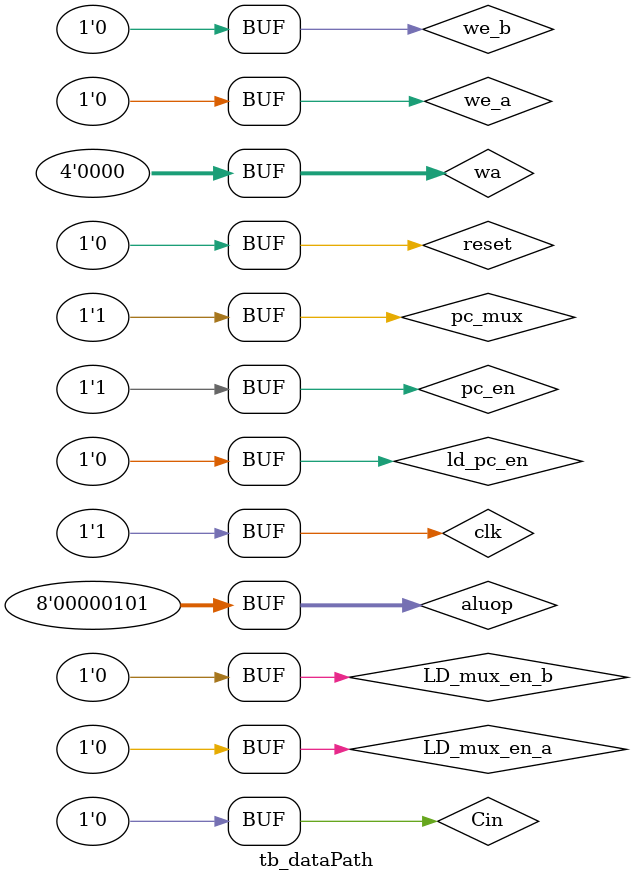
<source format=v>
`timescale 1ns / 1ps
module tb_dataPath;



reg clk, regwrite, Cin, reset;
reg [3:0] wa;
reg [7:0] aluop;
reg  we_a, we_b, LD_mux_en_a, LD_mux_en_b, pc_en, ld_pc_en,pc_mux; 
wire [3:0] ra1, ra2;
wire [15:0] wd, rd1, rd2;
wire [4:0] flags_alu;//flags for conditional jump 
wire [15:0] pc_counter,result, addr_a, addr_b;
wire [15:0] q_a, q_b;
  

dataPath	DP (reset, clk, regwrite, Cin, wa, aluop, we_a, 
	we_b, LD_mux_en_a, LD_mux_en_b, pc_en, ld_pc_en,pc_mux);

initial begin
clk = 0;
reset = 1;
Cin = 0;
wa = 0;
aluop = 0;
we_a = 0;
we_b = 0;
LD_mux_en_a = 0;
LD_mux_en_b = 0;
pc_en = 0;
ld_pc_en = 0;
pc_mux = 0;
#5

// test
clk = ~clk;
reset = 0;
Cin = 0;
wa = 0;
aluop = 8'b00000101;
we_a = 0;
we_b = 0;
LD_mux_en_a = 0;
LD_mux_en_b = 0;
pc_en = 1;
ld_pc_en = 0;
pc_mux = 1;
#5;

end

endmodule 
</source>
